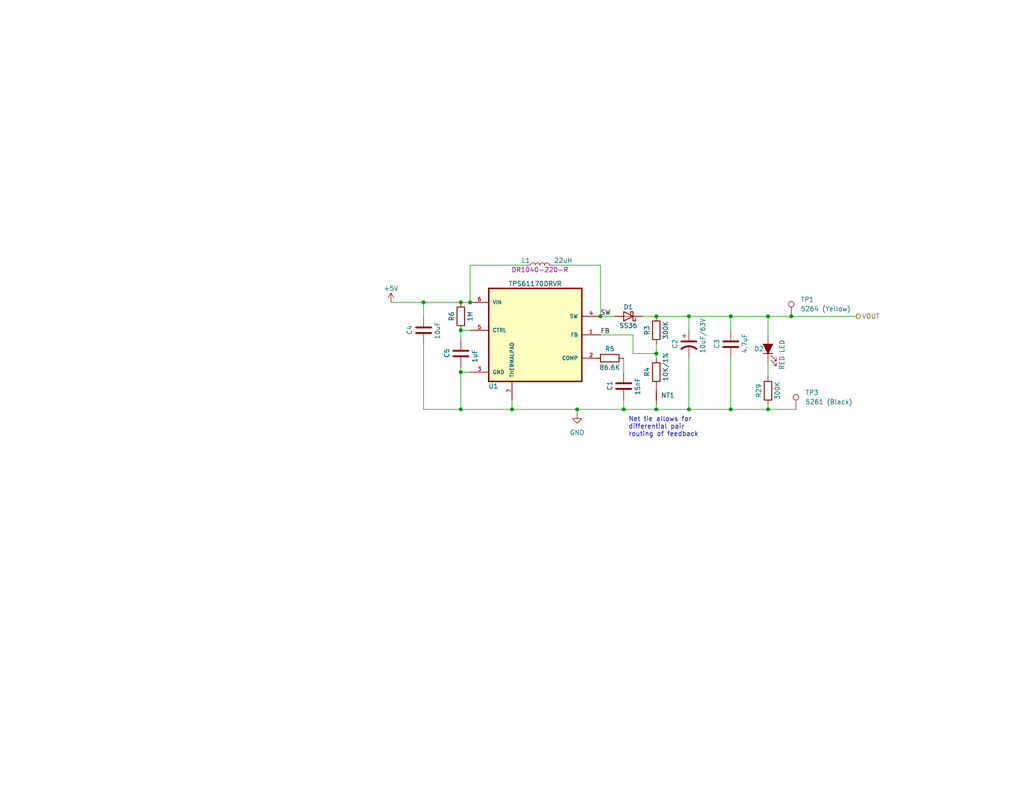
<source format=kicad_sch>
(kicad_sch (version 20230121) (generator eeschema)
  (paper "USLetter")
  (title_block (title "RGB LED Driver Demo Board") (date "2024-01-01") (rev "A01") (company "The Art and Science of PCB Design"))
  (lib_symbols
    (symbol "Connector:TestPoint" (pin_numbers hide) (pin_names (offset 0.762) hide)
      (property "Reference" "TP" (at 0 6.858 0))
      (property "Value" "TestPoint" (at 0 5.08 0))
      (symbol "TestPoint_0_1"
        (circle (center 0 3.302) (radius 0.762))
      )
      (symbol "TestPoint_1_1"
        (pin passive line (at 0 0 90) (length 2.54) (name "1") (number "1"))
      )
    )
    (symbol "Device:C" (pin_numbers hide) (pin_names (offset 0.254))
      (property "Reference" "C" (at 0.635 2.54 0))
      (property "Value" "C" (at 0.635 -2.54 0))
      (symbol "C_0_1"
        (polyline (pts (xy -2.032 -0.762) (xy 2.032 -0.762)) (stroke (width 0.508)))
        (polyline (pts (xy -2.032 0.762) (xy 2.032 0.762)) (stroke (width 0.508)))
      )
      (symbol "C_1_1"
        (pin passive line (at 0 3.81 270) (length 2.794) (name "~") (number "1"))
        (pin passive line (at 0 -3.81 90) (length 2.794) (name "~") (number "2"))
      )
    )
    (symbol "Device:C_Polarized_US" (pin_numbers hide) (pin_names (offset 0.254) hide)
      (property "Reference" "C" (at 0.635 2.54 0))
      (property "Value" "C_Polarized_US" (at 0.635 -2.54 0))
      (symbol "C_Polarized_US_0_1"
        (polyline (pts (xy -2.032 0.762) (xy 2.032 0.762)) (stroke (width 0.508)))
        (polyline (pts (xy -1.778 2.286) (xy -0.762 2.286)))
        (polyline (pts (xy -1.27 1.778) (xy -1.27 2.794)))
        (arc (start 2.032 -1.27) (mid 0 -0.5572) (end -2.032 -1.27) (stroke (width 0.508)))
      )
      (symbol "C_Polarized_US_1_1"
        (pin passive line (at 0 3.81 270) (length 2.794) (name "~") (number "1"))
        (pin passive line (at 0 -3.81 90) (length 3.302) (name "~") (number "2"))
      )
    )
    (symbol "Device:L" (pin_numbers hide) (pin_names (offset 1.016) hide)
      (property "Reference" "L" (at -1.27 0 90))
      (property "Value" "L" (at 1.905 0 90))
      (symbol "L_0_1"
        (arc (start 0 -2.54) (mid 0.6323 -1.905) (end 0 -1.27))
        (arc (start 0 -1.27) (mid 0.6323 -0.635) (end 0 0))
        (arc (start 0 0) (mid 0.6323 0.635) (end 0 1.27))
        (arc (start 0 1.27) (mid 0.6323 1.905) (end 0 2.54))
      )
      (symbol "L_1_1"
        (pin passive line (at 0 3.81 270) (length 1.27) (name "1") (number "1"))
        (pin passive line (at 0 -3.81 90) (length 1.27) (name "2") (number "2"))
      )
    )
    (symbol "Device:LED_Filled" (pin_numbers hide) (pin_names (offset 1.016) hide)
      (property "Reference" "D" (at 0 2.54 0))
      (property "Value" "LED_Filled" (at 0 -2.54 0))
      (symbol "LED_Filled_0_1"
        (polyline (pts (xy -1.27 -1.27) (xy -1.27 1.27)) (stroke (width 0.254)))
        (polyline (pts (xy -1.27 0) (xy 1.27 0)))
        (polyline (pts (xy 1.27 -1.27) (xy 1.27 1.27) (xy -1.27 0) (xy 1.27 -1.27)) (stroke (width 0.254)) (fill (type outline)))
        (polyline (pts (xy -3.048 -0.762) (xy -4.572 -2.286) (xy -3.81 -2.286) (xy -4.572 -2.286) (xy -4.572 -1.524)))
        (polyline (pts (xy -1.778 -0.762) (xy -3.302 -2.286) (xy -2.54 -2.286) (xy -3.302 -2.286) (xy -3.302 -1.524)))
      )
      (symbol "LED_Filled_1_1"
        (pin passive line (at -3.81 0 0) (length 2.54) (name "K") (number "1"))
        (pin passive line (at 3.81 0 180) (length 2.54) (name "A") (number "2"))
      )
    )
    (symbol "Device:NetTie_2" (pin_numbers hide) (pin_names (offset 0) hide) (in_bom no)
      (property "Reference" "NT" (at 0 1.27 0))
      (property "Value" "NetTie_2" (at 0 -1.27 0))
      (symbol "NetTie_2_0_1"
        (polyline (pts (xy -1.27 0) (xy 1.27 0)) (stroke (width 0.254)))
      )
      (symbol "NetTie_2_1_1"
        (pin passive line (at -2.54 0 0) (length 2.54) (name "1") (number "1"))
        (pin passive line (at 2.54 0 180) (length 2.54) (name "2") (number "2"))
      )
    )
    (symbol "Device:R" (pin_numbers hide) (pin_names (offset 0))
      (property "Reference" "R" (at 2.032 0 90))
      (property "Value" "R" (at 0 0 90))
      (symbol "R_0_1"
        (rectangle (start -1.016 -2.54) (end 1.016 2.54) (stroke (width 0.254)))
      )
      (symbol "R_1_1"
        (pin passive line (at 0 3.81 270) (length 1.27) (name "~") (number "1"))
        (pin passive line (at 0 -3.81 90) (length 1.27) (name "~") (number "2"))
      )
    )
    (symbol "Diode:B220" (pin_numbers hide) (pin_names (offset 1.016) hide)
      (property "Reference" "D" (at 0 2.54 0))
      (property "Value" "B220" (at 0 -2.54 0))
      (symbol "B220_0_1"
        (polyline (pts (xy 1.27 0) (xy -1.27 0)))
        (polyline (pts (xy 1.27 1.27) (xy 1.27 -1.27) (xy -1.27 0) (xy 1.27 1.27)) (stroke (width 0.254)))
        (polyline (pts (xy -1.905 0.635) (xy -1.905 1.27) (xy -1.27 1.27) (xy -1.27 -1.27) (xy -0.635 -1.27) (xy -0.635 -0.635)) (stroke (width 0.254)))
      )
      (symbol "B220_1_1"
        (pin passive line (at -3.81 0 0) (length 2.54) (name "K") (number "1"))
        (pin passive line (at 3.81 0 180) (length 2.54) (name "A") (number "2"))
      )
    )
    (symbol "TPS61170DRVR:TPS61170DRVR" (pin_names (offset 1.016))
      (property "Reference" "U" (at -12.7 -15.24 0))
      (property "Value" "TPS61170DRVR" (at -6.35 0 0))
      (symbol "TPS61170DRVR_0_0"
        (rectangle (start -12.7 -12.7) (end 12.7 12.7) (stroke (width 0.41)) (fill (type background)))
        (pin output line (at 17.78 -6.35 180) (length 5.08) (name "COMP") (number "2"))
        (pin input line (at -17.78 1.27 0) (length 5.08) (name "CTRL") (number "5"))
        (pin input line (at -17.78 8.89 0) (length 5.08) (name "VIN") (number "6"))
      )
      (symbol "TPS61170DRVR_1_0"
        (pin input line (at 17.78 0 180) (length 5.08) (name "FB") (number "1"))
        (pin power_in line (at -17.78 -10.16 0) (length 5.08) (name "GND") (number "3"))
        (pin input line (at 17.78 5.08 180) (length 5.08) (name "SW") (number "4"))
        (pin bidirectional line (at -6.35 -17.78 90) (length 5.08) (name "THERMALPAD") (number "7"))
      )
    )
    (symbol "power:+5V" (power) (pin_names (offset 0))
      (property "Value" "+5V" (at 0 3.556 0))
      (symbol "+5V_0_1"
        (polyline (pts (xy -0.762 1.27) (xy 0 2.54)))
        (polyline (pts (xy 0 0) (xy 0 2.54)))
        (polyline (pts (xy 0 2.54) (xy 0.762 1.27)))
      )
      (symbol "+5V_1_1"
        (pin power_in line (at 0 0 90) (length 0) hide (name "+5V") (number "1"))
      )
    )
    (symbol "power:GND" (power) (pin_names (offset 0))
      (property "Value" "GND" (at 0 -3.81 0))
      (symbol "GND_0_1"
        (polyline (pts (xy 0 0) (xy 0 -1.27) (xy 1.27 -1.27) (xy 0 -2.54) (xy -1.27 -1.27) (xy 0 -1.27)))
      )
      (symbol "GND_1_1"
        (pin power_in line (at 0 0 270) (length 0) hide (name "GND") (number "1"))
      )
    )
  )
  (junction (at 163.83 86.36))
  (junction (at 179.07 86.36))
  (junction (at 179.07 111.76))
  (junction (at 187.96 86.36))
  (junction (at 187.96 111.76))
  (junction (at 170.18 111.76))
  (junction (at 199.39 86.36))
  (junction (at 139.7 111.76))
  (junction (at 157.48 111.76))
  (junction (at 125.73 90.17))
  (junction (at 209.55 86.36))
  (junction (at 179.07 96.52))
  (junction (at 125.73 82.55))
  (junction (at 115.57 82.55))
  (junction (at 209.55 111.76))
  (junction (at 125.73 101.6))
  (junction (at 128.27 82.55))
  (junction (at 199.39 111.76))
  (junction (at 125.73 111.76))
  (junction (at 215.9 86.36))
  (wire (pts (xy 209.55 111.76) (xy 199.39 111.76)))
  (wire (pts (xy 209.55 86.36) (xy 209.55 91.44)))
  (wire (pts (xy 115.57 93.98) (xy 115.57 111.76)))
  (wire (pts (xy 175.26 86.36) (xy 179.07 86.36)))
  (wire (pts (xy 179.07 86.36) (xy 187.96 86.36)))
  (wire (pts (xy 217.17 111.76) (xy 209.55 111.76)))
  (wire (pts (xy 151.13 72.39) (xy 163.83 72.39)))
  (wire (pts (xy 170.18 111.76) (xy 179.07 111.76)))
  (wire (pts (xy 170.18 97.79) (xy 170.18 101.6)))
  (wire (pts (xy 157.48 111.76) (xy 170.18 111.76)))
  (wire (pts (xy 163.83 86.36) (xy 167.64 86.36)))
  (wire (pts (xy 187.96 86.36) (xy 199.39 86.36)))
  (wire (pts (xy 163.83 91.44) (xy 172.72 91.44)))
  (wire (pts (xy 172.72 96.52) (xy 179.07 96.52)))
  (wire (pts (xy 170.18 109.22) (xy 170.18 111.76)))
  (wire (pts (xy 125.73 82.55) (xy 128.27 82.55)))
  (wire (pts (xy 139.7 109.22) (xy 139.7 111.76)))
  (wire (pts (xy 163.83 72.39) (xy 163.83 86.36)))
  (wire (pts (xy 199.39 97.79) (xy 199.39 111.76)))
  (wire (pts (xy 115.57 86.36) (xy 115.57 82.55)))
  (wire (pts (xy 139.7 111.76) (xy 157.48 111.76)))
  (wire (pts (xy 125.73 101.6) (xy 125.73 111.76)))
  (wire (pts (xy 125.73 100.33) (xy 125.73 101.6)))
  (wire (pts (xy 179.07 97.79) (xy 179.07 96.52)))
  (wire (pts (xy 209.55 99.06) (xy 209.55 102.87)))
  (wire (pts (xy 179.07 110.49) (xy 179.07 111.76)))
  (wire (pts (xy 125.73 90.17) (xy 125.73 92.71)))
  (wire (pts (xy 115.57 111.76) (xy 125.73 111.76)))
  (wire (pts (xy 125.73 101.6) (xy 128.27 101.6)))
  (wire (pts (xy 125.73 90.17) (xy 128.27 90.17)))
  (wire (pts (xy 172.72 91.44) (xy 172.72 96.52)))
  (wire (pts (xy 128.27 72.39) (xy 143.51 72.39)))
  (wire (pts (xy 215.9 86.36) (xy 209.55 86.36)))
  (wire (pts (xy 209.55 110.49) (xy 209.55 111.76)))
  (wire (pts (xy 199.39 86.36) (xy 199.39 90.17)))
  (wire (pts (xy 179.07 96.52) (xy 179.07 93.98)))
  (wire (pts (xy 157.48 113.03) (xy 157.48 111.76)))
  (wire (pts (xy 179.07 111.76) (xy 187.96 111.76)))
  (wire (pts (xy 125.73 111.76) (xy 139.7 111.76)))
  (wire (pts (xy 162.56 97.79) (xy 163.83 97.79)))
  (wire (pts (xy 106.68 82.55) (xy 115.57 82.55)))
  (wire (pts (xy 128.27 82.55) (xy 128.27 72.39)))
  (wire (pts (xy 233.68 86.36) (xy 215.9 86.36)))
  (wire (pts (xy 199.39 86.36) (xy 209.55 86.36)))
  (wire (pts (xy 187.96 111.76) (xy 199.39 111.76)))
  (wire (pts (xy 115.57 82.55) (xy 125.73 82.55)))
  (wire (pts (xy 187.96 97.79) (xy 187.96 111.76)))
  (wire (pts (xy 187.96 86.36) (xy 187.96 90.17)))
  (text "Net tie allows for \ndifferential pair \nrouting of feedback" (at 171.45 119.38 0) (effects (font (size 1.27 1.27)) (justify left bottom)))
  (label "FB" (at 163.83 91.44 0))
  (label "SW" (at 163.83 86.36 0))
  (hierarchical_label "VOUT" (shape output) (at 233.68 86.36 0))
  (symbol (lib_id "Diode:B220") (at 171.45 86.36 180) (unit 1)
    (property "Reference" "D1" (at 171.45 83.82 0))
    (property "Value" "SS36" (at 171.45 88.9 0))
    (property "Footprint" "Diode_SMD:D_SMC" (effects hide))
    (property "Datasheet" "https://services.ts.com.tw/storage/resources/datasheet/SS32%20SERIES_O2102.pdf" (effects hide))
    (property "MPN" "SS36" (effects hide))
    (property "Digikey PN" "1801-SS36CT-ND" (effects hide))
  )
  (symbol (lib_id "Device:R") (at 179.07 90.17 180) (unit 1)
    (property "Reference" "R3" (at 176.53 90.17 90))
    (property "Value" "300K" (at 181.61 90.17 90))
    (property "Footprint" "Resistor_SMD:R_0805_2012Metric_Pad1.20x1.40mm_HandSolder" (effects hide))
  )
  (symbol (lib_id "power:+5V") (at 106.68 82.55 0) (unit 1)
    (property "Reference" "#PWR044" (effects hide))
    (property "Value" "+5V" (at 106.68 78.74 0))
  )
  (symbol (lib_id "power:GND") (at 157.48 113.03 0) (unit 1)
    (property "Reference" "#PWR04" (effects hide))
    (property "Value" "GND" (at 157.48 118.11 0))
  )
  (symbol (lib_id "Device:R") (at 209.55 106.68 180) (unit 1)
    (property "Reference" "R29" (at 207.01 106.68 90))
    (property "Value" "300K" (at 212.09 106.68 90))
    (property "Footprint" "Resistor_SMD:R_0805_2012Metric_Pad1.20x1.40mm_HandSolder" (effects hide))
  )
  (symbol (lib_id "Device:C") (at 199.39 93.98 0) (unit 1)
    (property "Reference" "C3" (at 195.58 95.25 90) (effects (justify left)))
    (property "Value" "4.7uF" (at 203.2 96.52 90) (effects (justify left)))
    (property "Footprint" "Capacitor_SMD:C_0805_2012Metric_Pad1.18x1.45mm_HandSolder" (effects hide))
    (property "Digikey PN" "445-5980-1-ND" (effects hide))
    (property "MPN" "C2012X5R1H475K125AB" (effects hide))
  )
  (symbol (lib_id "Device:LED_Filled") (at 209.55 95.25 90) (unit 1)
    (property "Reference" "D2" (at 205.74 95.25 90) (effects (justify right)))
    (property "Value" "RED LED" (at 213.36 92.71 0) (effects (justify right)))
    (property "Footprint" "LED_SMD:LED_0805_2012Metric_Pad1.15x1.40mm_HandSolder" (effects hide))
    (property "Digikey PN" "160-1427-1-ND" (effects hide))
    (property "MPN" "LTST-C171KRKT" (effects hide))
    (instances (project "RGB LED Driver" (path "" (reference "D2") (unit 1)) (path "" (reference "D44") (unit 1))))
  )
  (symbol (lib_id "Device:R") (at 125.73 86.36 180) (unit 1)
    (property "Reference" "R6" (at 123.19 86.36 90))
    (property "Value" "1M" (at 128.27 86.36 90))
    (property "Footprint" "Resistor_SMD:R_0805_2012Metric_Pad1.20x1.40mm_HandSolder" (effects hide))
    (property "MPN" "0805W8F1004" (effects hide))
  )
  (symbol (lib_id "Device:C") (at 170.18 105.41 0) (unit 1)
    (property "Reference" "C1" (at 166.37 106.68 90) (effects (justify left)))
    (property "Value" "15nF" (at 173.99 107.95 90) (effects (justify left)))
    (property "Footprint" "Capacitor_SMD:C_0805_2012Metric_Pad1.18x1.45mm_HandSolder" (effects hide))
    (property "Digikey PN" "399-C0805C153G5GEC7800TR-ND" (effects hide))
    (property "MPN" "C0805C153G5GEC7800" (effects hide))
  )
  (symbol (lib_id "Connector:TestPoint") (at 215.9 86.36 0) (unit 1)
    (property "Reference" "TP1" (at 218.44 81.788 0) (effects (justify left)))
    (property "Value" "5264 (Yellow)" (at 218.44 84.328 0) (effects (justify left)))
    (property "Footprint" "TestPoint:TestPoint_Keystone_5000-5004_Miniature" (effects hide))
    (property "Datasheet" "https://www.digikey.com/en/products/detail/keystone-electronics/5280/12751667" (effects hide))
    (property "Digikey PN" "36-5264-ND" (effects hide))
    (property "MPN" "5264" (effects hide))
    (instances (project "RGB LED Driver" (path "" (reference "TP1") (unit 1)) (path "" (reference "TP2") (unit 1))))
  )
  (symbol (lib_id "Device:L") (at 147.32 72.39 90) (unit 1)
    (property "Reference" "L1" (at 143.51 71.12 90))
    (property "Value" "22uH" (at 153.67 71.12 90))
    (property "Footprint" "Inductor_SMD:L_Wuerth_HCI-1040" (effects hide))
    (property "Datasheet" "https://www.eaton.com/content/dam/eaton/products/electronic-components/resources/data-sheet/eaton-dr1040-shielded-power-inductors-data-sheet.pdf" (effects hide))
    (property "MPN" "DR1040-220-R" (at 147.32 73.66 90))
    (property "Digikey PN" "DR1040-220-R" (effects hide))
  )
  (symbol (lib_id "Device:C") (at 125.73 96.52 0) (unit 1)
    (property "Reference" "C5" (at 121.92 97.79 90) (effects (justify left)))
    (property "Value" "1uF" (at 129.54 99.06 90) (effects (justify left)))
    (property "Footprint" "Capacitor_SMD:C_0805_2012Metric_Pad1.18x1.45mm_HandSolder" (effects hide))
    (property "Digikey PN" "1276-1003-1-ND" (effects hide))
    (property "MPN" "CL21B104KBCNNNC" (effects hide))
  )
  (symbol (lib_id "Connector:TestPoint") (at 217.17 111.76 0) (unit 1)
    (property "Reference" "TP3" (at 219.71 107.188 0) (effects (justify left)))
    (property "Value" "5261 (Black)" (at 219.71 109.728 0) (effects (justify left)))
    (property "Footprint" "TestPoint:TestPoint_Keystone_5000-5004_Miniature" (effects hide))
    (property "Datasheet" "https://www.digikey.com/en/products/detail/keystone-electronics/5280/12751667" (effects hide))
    (property "Digikey PN" "36-5261-ND" (effects hide))
    (property "MPN" "5261" (effects hide))
    (instances (project "RGB LED Driver" (path "" (reference "TP3") (unit 1)) (path "" (reference "TP4") (unit 1))))
  )
  (symbol (lib_id "Device:C") (at 115.57 90.17 0) (unit 1)
    (property "Reference" "C4" (at 111.76 91.44 90) (effects (justify left)))
    (property "Value" "10uF" (at 119.38 92.71 90) (effects (justify left)))
    (property "Footprint" "Capacitor_SMD:C_0805_2012Metric_Pad1.18x1.45mm_HandSolder" (effects hide))
    (property "Digikey PN" "1276-6454-1-ND" (effects hide))
    (property "MPN" "CL21A106KAYNNNG" (effects hide))
  )
  (symbol (lib_id "Device:NetTie_2") (at 179.07 107.95 90) (unit 1) (in_bom no)
    (property "Reference" "NT1" (at 180.34 107.95 90) (effects (justify right)))
    (property "Value" "Nettie" (effects hide))
    (property "Footprint" "NetTie:NetTie-2_SMD_Pad0.5mm" (effects hide))
  )
  (symbol (lib_id "TPS61170DRVR:TPS61170DRVR") (at 146.05 91.44 0) (unit 1)
    (property "Reference" "U1" (at 134.62 105.41 0))
    (property "Value" "TPS61170DRVR" (at 146.05 77.47 0))
    (property "Footprint" "Package_SON:WSON-6-1EP_2x2mm_P0.65mm_EP1x1.6mm" (effects hide))
    (property "Digikey PN" "296-22945-1-ND" (effects hide))
    (property "MPN" "TPS61170DRVR" (effects hide))
  )
  (symbol (lib_id "Device:R") (at 166.37 97.79 90) (unit 1)
    (property "Reference" "R5" (at 166.37 95.25 90))
    (property "Value" "86.6K" (at 166.37 100.33 90))
    (property "Footprint" "Resistor_SMD:R_0805_2012Metric_Pad1.20x1.40mm_HandSolder" (effects hide))
  )
  (symbol (lib_id "Device:R") (at 179.07 101.6 0) (unit 1)
    (property "Reference" "R4" (at 176.53 102.87 90) (effects (justify left)))
    (property "Value" "10K/1%" (at 181.61 104.14 90) (effects (justify left)))
    (property "Footprint" "Resistor_SMD:R_0805_2012Metric_Pad1.20x1.40mm_HandSolder" (effects hide))
  )
  (symbol (lib_id "Device:C_Polarized_US") (at 187.96 93.98 0) (unit 1)
    (property "Reference" "C2" (at 184.15 95.25 90) (effects (justify left)))
    (property "Value" "10uF/63V" (at 191.77 96.52 90) (effects (justify left)))
    (property "Footprint" "Capacitor_SMD:CP_Elec_6.3x5.8" (effects hide))
    (property "Datasheet" "https://www.mouser.com/datasheet/2/315/ABA0000C1234-1218024.pdf" (effects hide))
    (property "MPN" "EEH-ZA1J100P" (effects hide))
    (property "Digikey PN" "P15446TR-ND" (effects hide))
  )
)
</source>
